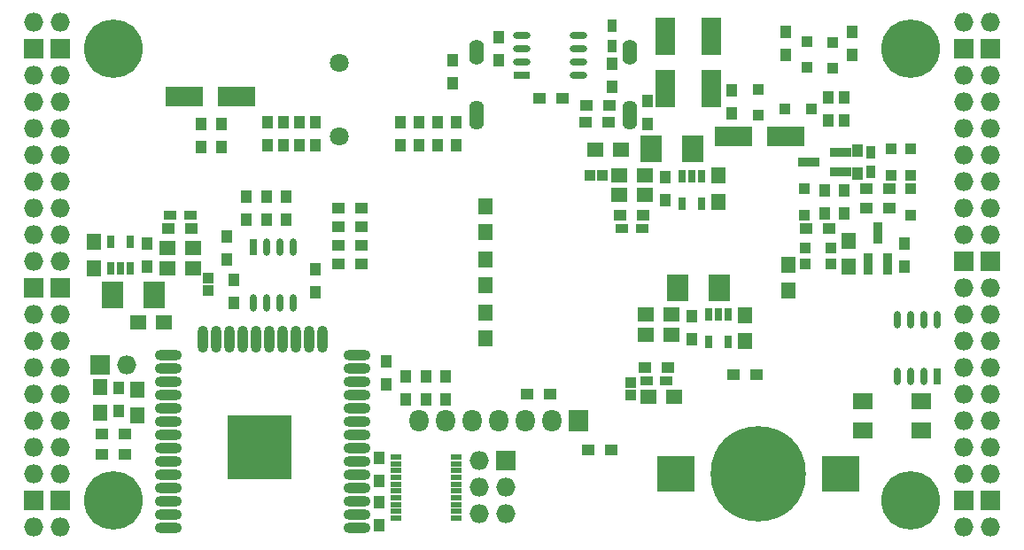
<source format=gbs>
G04 #@! TF.FileFunction,Soldermask,Bot*
%FSLAX46Y46*%
G04 Gerber Fmt 4.6, Leading zero omitted, Abs format (unit mm)*
G04 Created by KiCad (PCBNEW 4.0.7+dfsg1-1) date Sun Dec 10 11:28:19 2017*
%MOMM*%
%LPD*%
G01*
G04 APERTURE LIST*
%ADD10C,0.100000*%
%ADD11O,1.827200X1.827200*%
%ADD12R,1.827200X1.827200*%
%ADD13R,1.000000X1.300000*%
%ADD14R,1.100000X1.100000*%
%ADD15R,1.900000X3.600000*%
%ADD16R,2.100000X2.600000*%
%ADD17R,0.800000X1.300000*%
%ADD18R,1.350000X1.600000*%
%ADD19R,1.600000X1.350000*%
%ADD20R,0.900000X2.000000*%
%ADD21R,2.000000X0.900000*%
%ADD22R,1.300000X0.850000*%
%ADD23R,0.850000X1.300000*%
%ADD24R,1.300000X1.000000*%
%ADD25C,5.600000*%
%ADD26R,1.100000X0.500000*%
%ADD27R,1.827200X2.132000*%
%ADD28O,1.827200X2.132000*%
%ADD29R,3.600000X1.900000*%
%ADD30R,3.600000X3.400000*%
%ADD31C,9.100000*%
%ADD32C,1.800000*%
%ADD33O,1.400000X2.800000*%
%ADD34O,1.400000X2.400000*%
%ADD35R,0.700000X1.650000*%
%ADD36O,0.700000X1.650000*%
%ADD37R,1.650000X0.700000*%
%ADD38O,1.650000X0.700000*%
%ADD39O,2.600000X1.000000*%
%ADD40O,1.000000X2.600000*%
%ADD41R,6.100000X6.100000*%
%ADD42R,1.900000X1.500000*%
G04 APERTURE END LIST*
D10*
D11*
X97910000Y-62690000D03*
X95370000Y-62690000D03*
D12*
X97910000Y-65230000D03*
X95370000Y-65230000D03*
D11*
X97910000Y-67770000D03*
X95370000Y-67770000D03*
X97910000Y-70310000D03*
X95370000Y-70310000D03*
X97910000Y-72850000D03*
X95370000Y-72850000D03*
X97910000Y-75390000D03*
X95370000Y-75390000D03*
X97910000Y-77930000D03*
X95370000Y-77930000D03*
X97910000Y-80470000D03*
X95370000Y-80470000D03*
X97910000Y-83010000D03*
X95370000Y-83010000D03*
X97910000Y-85550000D03*
X95370000Y-85550000D03*
D12*
X97910000Y-88090000D03*
X95370000Y-88090000D03*
D11*
X97910000Y-90630000D03*
X95370000Y-90630000D03*
X97910000Y-93170000D03*
X95370000Y-93170000D03*
X97910000Y-95710000D03*
X95370000Y-95710000D03*
X97910000Y-98250000D03*
X95370000Y-98250000D03*
X97910000Y-100790000D03*
X95370000Y-100790000D03*
X97910000Y-103330000D03*
X95370000Y-103330000D03*
X97910000Y-105870000D03*
X95370000Y-105870000D03*
D12*
X97910000Y-108410000D03*
X95370000Y-108410000D03*
D11*
X97910000Y-110950000D03*
X95370000Y-110950000D03*
D13*
X103498000Y-99858000D03*
X103498000Y-97658000D03*
D14*
X152393000Y-97142000D03*
X152393000Y-98342000D03*
D15*
X155695000Y-69000000D03*
X155695000Y-64000000D03*
D13*
X154044000Y-72426000D03*
X154044000Y-70226000D03*
D16*
X160870000Y-88090000D03*
X156870000Y-88090000D03*
D17*
X159825000Y-90600000D03*
X160775000Y-90600000D03*
X161725000Y-90600000D03*
X161725000Y-93200000D03*
X159825000Y-93200000D03*
D16*
X102895000Y-88725000D03*
X106895000Y-88725000D03*
D17*
X104575000Y-86215000D03*
X103625000Y-86215000D03*
X102675000Y-86215000D03*
X102675000Y-83615000D03*
X104575000Y-83615000D03*
D16*
X158330000Y-74755000D03*
X154330000Y-74755000D03*
D17*
X157285000Y-77392000D03*
X158235000Y-77392000D03*
X159185000Y-77392000D03*
X159185000Y-79992000D03*
X157285000Y-79992000D03*
D18*
X101085000Y-83665000D03*
X101085000Y-86165000D03*
D19*
X153810000Y-90630000D03*
X156310000Y-90630000D03*
X153810000Y-92535000D03*
X156310000Y-92535000D03*
D18*
X163315000Y-93150000D03*
X163315000Y-90650000D03*
D19*
X151270000Y-79200000D03*
X153770000Y-79200000D03*
X151270000Y-77295000D03*
X153770000Y-77295000D03*
D18*
X160775000Y-79815000D03*
X160775000Y-77315000D03*
D19*
X110590000Y-84280000D03*
X108090000Y-84280000D03*
X110590000Y-86185000D03*
X108090000Y-86185000D03*
D18*
X173221000Y-86038000D03*
X173221000Y-83538000D03*
D20*
X176965000Y-85780000D03*
X175065000Y-85780000D03*
X176015000Y-82780000D03*
D21*
X172435000Y-75075000D03*
X172435000Y-76975000D03*
X169435000Y-76025000D03*
D22*
X153910000Y-96910000D03*
X155810000Y-96910000D03*
X151570000Y-82375000D03*
X153470000Y-82375000D03*
X110290000Y-81105000D03*
X108390000Y-81105000D03*
D23*
X175380000Y-75075000D03*
X175380000Y-76975000D03*
D24*
X169200000Y-82375000D03*
X171400000Y-82375000D03*
D13*
X172840000Y-80935000D03*
X172840000Y-78735000D03*
D24*
X177115000Y-80470000D03*
X174915000Y-80470000D03*
D13*
X174110000Y-74925000D03*
X174110000Y-77125000D03*
X178555000Y-83815000D03*
X178555000Y-86015000D03*
X113785000Y-83180000D03*
X113785000Y-85380000D03*
X170935000Y-80935000D03*
X170935000Y-78735000D03*
X128390000Y-108580000D03*
X128390000Y-110780000D03*
D24*
X150572000Y-103584000D03*
X148372000Y-103584000D03*
X177115000Y-78565000D03*
X174915000Y-78565000D03*
X153760000Y-95640000D03*
X155960000Y-95640000D03*
X110440000Y-82375000D03*
X108240000Y-82375000D03*
X151420000Y-81105000D03*
X153620000Y-81105000D03*
D13*
X158235000Y-90800000D03*
X158235000Y-93000000D03*
X106165000Y-86015000D03*
X106165000Y-83815000D03*
X155695000Y-77465000D03*
X155695000Y-79665000D03*
D24*
X126696000Y-85804000D03*
X124496000Y-85804000D03*
X126696000Y-84026000D03*
X124496000Y-84026000D03*
X126696000Y-82248000D03*
X124496000Y-82248000D03*
X126696000Y-80470000D03*
X124496000Y-80470000D03*
D13*
X130422000Y-74458000D03*
X130422000Y-72258000D03*
X132200000Y-74458000D03*
X132200000Y-72258000D03*
X133978000Y-74458000D03*
X133978000Y-72258000D03*
X135756000Y-74458000D03*
X135756000Y-72258000D03*
D23*
X150589600Y-64910000D03*
X150589600Y-63010000D03*
D11*
X184270000Y-110950000D03*
X186810000Y-110950000D03*
D12*
X184270000Y-108410000D03*
X186810000Y-108410000D03*
D11*
X184270000Y-105870000D03*
X186810000Y-105870000D03*
X184270000Y-103330000D03*
X186810000Y-103330000D03*
X184270000Y-100790000D03*
X186810000Y-100790000D03*
X184270000Y-98250000D03*
X186810000Y-98250000D03*
X184270000Y-95710000D03*
X186810000Y-95710000D03*
X184270000Y-93170000D03*
X186810000Y-93170000D03*
X184270000Y-90630000D03*
X186810000Y-90630000D03*
X184270000Y-88090000D03*
X186810000Y-88090000D03*
D12*
X184270000Y-85550000D03*
X186810000Y-85550000D03*
D11*
X184270000Y-83010000D03*
X186810000Y-83010000D03*
X184270000Y-80470000D03*
X186810000Y-80470000D03*
X184270000Y-77930000D03*
X186810000Y-77930000D03*
X184270000Y-75390000D03*
X186810000Y-75390000D03*
X184270000Y-72850000D03*
X186810000Y-72850000D03*
X184270000Y-70310000D03*
X186810000Y-70310000D03*
X184270000Y-67770000D03*
X186810000Y-67770000D03*
D12*
X184270000Y-65230000D03*
X186810000Y-65230000D03*
D11*
X184270000Y-62690000D03*
X186810000Y-62690000D03*
D25*
X102990000Y-108410000D03*
X179190000Y-108410000D03*
X179190000Y-65230000D03*
X102990000Y-65230000D03*
D13*
X162045000Y-71410000D03*
X162045000Y-69210000D03*
X139820000Y-66330000D03*
X139820000Y-64130000D03*
X135375000Y-68532000D03*
X135375000Y-66332000D03*
X150615000Y-68870000D03*
X150615000Y-66670000D03*
D24*
X150275000Y-72215000D03*
X148075000Y-72215000D03*
X150380000Y-70600000D03*
X148180000Y-70600000D03*
D26*
X135735000Y-104215000D03*
X135735000Y-104865000D03*
X135735000Y-105515000D03*
X135735000Y-106165000D03*
X135735000Y-106815000D03*
X135735000Y-107465000D03*
X135735000Y-108115000D03*
X135735000Y-108765000D03*
X135735000Y-109415000D03*
X135735000Y-110065000D03*
X129935000Y-110065000D03*
X129935000Y-109415000D03*
X129935000Y-108765000D03*
X129935000Y-108115000D03*
X129935000Y-107465000D03*
X129935000Y-106815000D03*
X129935000Y-106165000D03*
X129935000Y-105515000D03*
X129935000Y-104865000D03*
X129935000Y-104215000D03*
D13*
X119500000Y-79370000D03*
X119500000Y-81570000D03*
X114480000Y-89500000D03*
X114480000Y-87300000D03*
X129025000Y-97275000D03*
X129025000Y-95075000D03*
X117595000Y-79370000D03*
X117595000Y-81570000D03*
X122280000Y-86300000D03*
X122280000Y-88500000D03*
X115690000Y-79370000D03*
X115690000Y-81570000D03*
D24*
X144730000Y-98250000D03*
X142530000Y-98250000D03*
D13*
X132835000Y-98715000D03*
X132835000Y-96515000D03*
X130930000Y-98715000D03*
X130930000Y-96515000D03*
D24*
X101890000Y-103965000D03*
X104090000Y-103965000D03*
D12*
X101720000Y-95456000D03*
D11*
X104260000Y-95456000D03*
D24*
X104090000Y-102060000D03*
X101890000Y-102060000D03*
D18*
X167506000Y-88324000D03*
X167506000Y-85824000D03*
D24*
X164415000Y-96345000D03*
X162215000Y-96345000D03*
D13*
X167252000Y-65822000D03*
X167252000Y-63622000D03*
D12*
X140455000Y-104600000D03*
D11*
X137915000Y-104600000D03*
X140455000Y-107140000D03*
X137915000Y-107140000D03*
X140455000Y-109680000D03*
X137915000Y-109680000D03*
D18*
X138550000Y-90396000D03*
X138550000Y-92896000D03*
X138550000Y-82736000D03*
X138550000Y-80236000D03*
X138550000Y-85316000D03*
X138550000Y-87816000D03*
X101720000Y-97508000D03*
X101720000Y-100008000D03*
D13*
X113277000Y-74585000D03*
X113277000Y-72385000D03*
X111372000Y-74585000D03*
X111372000Y-72385000D03*
X172840000Y-72045000D03*
X172840000Y-69845000D03*
X171316000Y-72045000D03*
X171316000Y-69845000D03*
D27*
X147440000Y-100790000D03*
D28*
X144900000Y-100790000D03*
X142360000Y-100790000D03*
X139820000Y-100790000D03*
X137280000Y-100790000D03*
X134740000Y-100790000D03*
X132200000Y-100790000D03*
D18*
X105276000Y-100262000D03*
X105276000Y-97762000D03*
D29*
X109761000Y-69802000D03*
X114761000Y-69802000D03*
X167212000Y-73612000D03*
X162212000Y-73612000D03*
D15*
X160140000Y-64000000D03*
X160140000Y-69000000D03*
D19*
X154064000Y-98504000D03*
X156564000Y-98504000D03*
X107796000Y-91392000D03*
X105296000Y-91392000D03*
X151484000Y-74882000D03*
X148984000Y-74882000D03*
D13*
X173602000Y-65822000D03*
X173602000Y-63622000D03*
X134740000Y-96515000D03*
X134740000Y-98715000D03*
D30*
X172485000Y-105870000D03*
X156685000Y-105870000D03*
D31*
X164585000Y-105870000D03*
D14*
X169284000Y-66988000D03*
X169284000Y-64488000D03*
X171697000Y-67081000D03*
X171697000Y-64581000D03*
X169050000Y-84280000D03*
X171550000Y-84280000D03*
X179190000Y-81085000D03*
X179190000Y-78585000D03*
X169030000Y-81085000D03*
X169030000Y-78585000D03*
X171550000Y-85804000D03*
X169050000Y-85804000D03*
X179190000Y-77275000D03*
X179190000Y-74775000D03*
X177285000Y-74775000D03*
X177285000Y-77275000D03*
X167145000Y-70945000D03*
X169645000Y-70945000D03*
X164585000Y-69060000D03*
X164585000Y-71560000D03*
X112007000Y-87109000D03*
X112007000Y-88309000D03*
X149691000Y-77295000D03*
X148491000Y-77295000D03*
D13*
X128390000Y-106546000D03*
X128390000Y-104346000D03*
X117722000Y-74458000D03*
X117722000Y-72258000D03*
X119246000Y-74458000D03*
X119246000Y-72258000D03*
X120770000Y-74458000D03*
X120770000Y-72258000D03*
X122294000Y-74458000D03*
X122294000Y-72258000D03*
D24*
X145880000Y-69900000D03*
X143680000Y-69900000D03*
D32*
X124580000Y-66548000D03*
X124580000Y-73548000D03*
D33*
X152280000Y-71550000D03*
X137680000Y-71550000D03*
D34*
X137680000Y-65500000D03*
X152280000Y-65500000D03*
D35*
X181730000Y-96505000D03*
D36*
X180460000Y-96505000D03*
X179190000Y-96505000D03*
X177920000Y-96505000D03*
X177920000Y-91105000D03*
X179190000Y-91105000D03*
X180460000Y-91105000D03*
X181730000Y-91105000D03*
D37*
X141980000Y-67706500D03*
D38*
X141980000Y-66436500D03*
X141980000Y-65166500D03*
X141980000Y-63896500D03*
X147380000Y-63896500D03*
X147380000Y-65166500D03*
X147380000Y-66436500D03*
X147380000Y-67706500D03*
D35*
X116325000Y-84120000D03*
D36*
X117595000Y-84120000D03*
X118865000Y-84120000D03*
X120135000Y-84120000D03*
X120135000Y-89520000D03*
X118865000Y-89520000D03*
X117595000Y-89520000D03*
X116325000Y-89520000D03*
D39*
X126230000Y-111000000D03*
X126230000Y-109730000D03*
X126230000Y-108460000D03*
X126230000Y-107190000D03*
X126230000Y-105920000D03*
X126230000Y-104650000D03*
X126230000Y-103380000D03*
X126230000Y-102110000D03*
X126230000Y-100840000D03*
X126230000Y-99570000D03*
X126230000Y-98300000D03*
X126230000Y-97030000D03*
X126230000Y-95760000D03*
X126230000Y-94490000D03*
D40*
X122945000Y-93000000D03*
X121675000Y-93000000D03*
X120405000Y-93000000D03*
X119135000Y-93000000D03*
X117865000Y-93000000D03*
X116595000Y-93000000D03*
X115325000Y-93000000D03*
X114055000Y-93000000D03*
X112785000Y-93000000D03*
X111515000Y-93000000D03*
D39*
X108230000Y-94490000D03*
X108230000Y-95760000D03*
X108230000Y-97030000D03*
X108230000Y-98300000D03*
X108230000Y-99570000D03*
X108230000Y-100840000D03*
X108230000Y-102110000D03*
X108230000Y-103380000D03*
X108230000Y-104650000D03*
X108230000Y-105920000D03*
X108230000Y-107190000D03*
X108230000Y-108460000D03*
X108230000Y-109730000D03*
X108230000Y-111000000D03*
D41*
X116930000Y-103300000D03*
D42*
X180212000Y-98882000D03*
X174612000Y-98882000D03*
X174612000Y-101682000D03*
X180212000Y-101682000D03*
M02*

</source>
